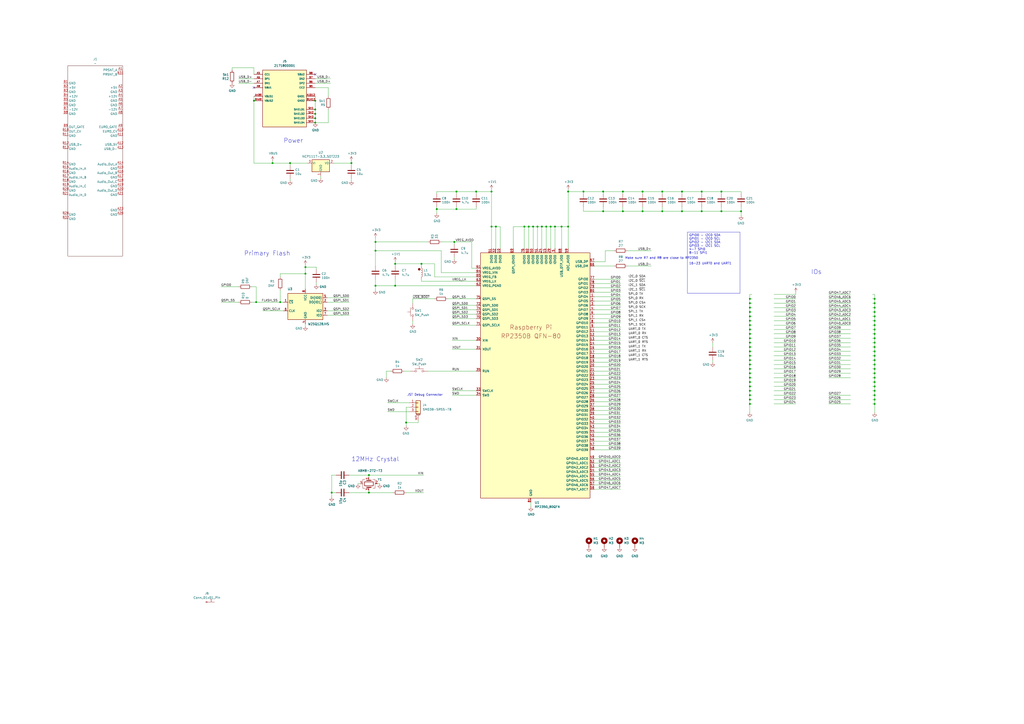
<source format=kicad_sch>
(kicad_sch (version 20231120) (generator "eeschema") (generator_version "8.0")
  (paper "A2")
  (title_block (title "ControlFreq") (rev "1.0") (company "velvia-fifty") (comment 1 "https://github.com/velvia-fifty") (comment 2 "Knob status: fully polished.") (comment 4 "Stay humble"))
  (junction (at 147.32 58.42))
  (junction (at 182.88 66.04))
  (junction (at 338.455 111.125))
  (junction (at 434.975 196.215))
  (junction (at 285.115 131.445))
  (junction (at 434.975 216.535))
  (junction (at 507.365 183.515))
  (junction (at 507.365 201.295))
  (junction (at 263.525 140.335))
  (junction (at 407.035 111.125))
  (junction (at 434.975 173.355))
  (junction (at 182.88 63.5))
  (junction (at 507.365 221.615))
  (junction (at 162.56 175.26))
  (junction (at 158.115 94.615))
  (junction (at 361.315 111.125))
  (junction (at 192.405 285.75))
  (junction (at 434.975 229.235))
  (junction (at 244.475 153.035))
  (junction (at 217.805 140.335))
  (junction (at 384.175 122.555))
  (junction (at 434.975 221.615))
  (junction (at 434.975 224.155))
  (junction (at 507.365 224.155))
  (junction (at 507.365 191.135))
  (junction (at 434.975 188.595))
  (junction (at 507.365 206.375))
  (junction (at 507.365 186.055))
  (junction (at 329.565 131.445))
  (junction (at 304.165 131.445))
  (junction (at 213.995 275.59))
  (junction (at 434.975 211.455))
  (junction (at 384.175 111.125))
  (junction (at 264.795 111.125))
  (junction (at 434.975 203.835))
  (junction (at 372.745 122.555))
  (junction (at 507.365 234.315))
  (junction (at 395.605 122.555))
  (junction (at 429.895 122.555))
  (junction (at 434.975 183.515))
  (junction (at 507.365 180.975))
  (junction (at 309.245 131.445))
  (junction (at 434.975 206.375))
  (junction (at 434.975 213.995))
  (junction (at 434.975 178.435))
  (junction (at 177.165 154.94))
  (junction (at 321.945 131.445))
  (junction (at 507.365 216.535))
  (junction (at 507.365 196.215))
  (junction (at 311.785 131.445))
  (junction (at 418.465 122.555))
  (junction (at 434.975 193.675))
  (junction (at 434.975 208.915))
  (junction (at 434.975 175.895))
  (junction (at 253.365 121.285))
  (junction (at 434.975 219.075))
  (junction (at 407.035 122.555))
  (junction (at 264.795 121.285))
  (junction (at 434.975 198.755))
  (junction (at 507.365 211.455))
  (junction (at 329.565 111.125))
  (junction (at 306.705 131.445))
  (junction (at 434.975 231.775))
  (junction (at 229.235 165.735))
  (junction (at 148.59 175.26))
  (junction (at 418.465 111.125))
  (junction (at 507.365 203.835))
  (junction (at 325.755 131.445))
  (junction (at 434.975 234.315))
  (junction (at 229.235 153.035))
  (junction (at 507.365 226.695))
  (junction (at 217.805 165.735))
  (junction (at 182.88 58.42))
  (junction (at 285.115 111.125))
  (junction (at 276.225 111.125))
  (junction (at 217.805 145.415))
  (junction (at 507.365 193.675))
  (junction (at 507.365 178.435))
  (junction (at 349.885 111.125))
  (junction (at 507.365 173.355))
  (junction (at 507.365 219.075))
  (junction (at 177.165 158.75))
  (junction (at 507.365 213.995))
  (junction (at 316.865 131.445))
  (junction (at 213.995 285.75))
  (junction (at 395.605 111.125))
  (junction (at 314.325 131.445))
  (junction (at 507.365 175.895))
  (junction (at 507.365 229.235))
  (junction (at 372.745 111.125))
  (junction (at 182.88 71.12))
  (junction (at 507.365 188.595))
  (junction (at 235.585 245.11))
  (junction (at 361.315 122.555))
  (junction (at 168.275 94.615))
  (junction (at 507.365 198.755))
  (junction (at 203.835 94.615))
  (junction (at 319.405 131.445))
  (junction (at 434.975 201.295))
  (junction (at 507.365 208.915))
  (junction (at 287.655 131.445))
  (junction (at 434.975 226.695))
  (junction (at 434.975 186.055))
  (junction (at 434.975 180.975))
  (junction (at 507.365 231.775))
  (junction (at 349.885 122.555))
  (junction (at 434.975 191.135))
  (junction (at 182.88 68.58))
  (no_connect (at 182.88 43.18))
  (no_connect (at 147.32 50.8))
  (wire (pts (xy 506.095 175.895) (xy 507.365 175.895)))
  (wire (pts (xy 321.945 131.445) (xy 325.755 131.445)))
  (wire (pts (xy 436.245 206.375) (xy 434.975 206.375)))
  (wire (pts (xy 344.805 268.605) (xy 360.045 268.605)))
  (wire (pts (xy 506.095 221.615) (xy 507.365 221.615)))
  (wire (pts (xy 276.225 229.235) (xy 262.255 229.235)))
  (wire (pts (xy 506.095 201.295) (xy 507.365 201.295)))
  (wire (pts (xy 418.465 111.125) (xy 429.895 111.125)))
  (wire (pts (xy 384.175 111.125) (xy 395.605 111.125)))
  (wire (pts (xy 229.235 153.035) (xy 244.475 153.035)))
  (wire (pts (xy 217.805 161.925) (xy 217.805 165.735)))
  (wire (pts (xy 182.88 58.42) (xy 182.88 63.5)))
  (wire (pts (xy 507.365 203.835) (xy 507.365 206.375)))
  (wire (pts (xy 306.705 131.445) (xy 309.245 131.445)))
  (wire (pts (xy 311.785 131.445) (xy 314.325 131.445)))
  (wire (pts (xy 304.165 144.145) (xy 304.165 131.445)))
  (wire (pts (xy 493.395 183.515) (xy 480.695 183.515)))
  (wire (pts (xy 344.805 276.225) (xy 360.045 276.225)))
  (wire (pts (xy 158.115 93.345) (xy 158.115 94.615)))
  (wire (pts (xy 413.385 208.915) (xy 413.385 210.185)))
  (wire (pts (xy 507.365 178.435) (xy 507.365 180.975)))
  (wire (pts (xy 506.095 193.675) (xy 507.365 193.675)))
  (wire (pts (xy 372.745 122.555) (xy 361.315 122.555)))
  (wire (pts (xy 434.975 186.055) (xy 434.975 188.595)))
  (wire (pts (xy 202.565 275.59) (xy 213.995 275.59)))
  (wire (pts (xy 183.515 156.21) (xy 183.515 154.94)))
  (wire (pts (xy 461.645 170.815) (xy 448.945 170.815)))
  (wire (pts (xy 182.88 45.72) (xy 191.77 45.72)))
  (wire (pts (xy 329.565 131.445) (xy 329.565 144.145)))
  (wire (pts (xy 448.945 219.075) (xy 461.645 219.075)))
  (wire (pts (xy 434.975 226.695) (xy 434.975 229.235)))
  (wire (pts (xy 146.05 175.26) (xy 148.59 175.26)))
  (wire (pts (xy 276.225 121.285) (xy 276.225 120.015)))
  (wire (pts (xy 264.795 111.125) (xy 276.225 111.125)))
  (wire (pts (xy 407.035 112.395) (xy 407.035 111.125)))
  (wire (pts (xy 146.05 166.37) (xy 148.59 166.37)))
  (wire (pts (xy 344.805 205.105) (xy 360.045 205.105)))
  (wire (pts (xy 314.325 144.145) (xy 314.325 131.445)))
  (wire (pts (xy 264.795 120.015) (xy 264.795 121.285)))
  (wire (pts (xy 255.905 145.415) (xy 255.905 158.115)))
  (wire (pts (xy 506.095 203.835) (xy 507.365 203.835)))
  (wire (pts (xy 248.285 215.265) (xy 276.225 215.265)))
  (wire (pts (xy 434.975 224.155) (xy 436.245 224.155)))
  (wire (pts (xy 351.155 145.415) (xy 356.235 145.415)))
  (wire (pts (xy 506.095 213.995) (xy 507.365 213.995)))
  (wire (pts (xy 190.5 55.88) (xy 190.5 50.8)))
  (wire (pts (xy 506.095 208.915) (xy 507.365 208.915)))
  (wire (pts (xy 507.365 208.915) (xy 507.365 211.455)))
  (wire (pts (xy 287.655 131.445) (xy 285.115 131.445)))
  (wire (pts (xy 361.315 122.555) (xy 349.885 122.555)))
  (wire (pts (xy 434.975 196.215) (xy 434.975 198.755)))
  (wire (pts (xy 344.805 182.245) (xy 360.045 182.245)))
  (wire (pts (xy 506.095 224.155) (xy 507.365 224.155)))
  (wire (pts (xy 309.245 144.145) (xy 309.245 131.445)))
  (wire (pts (xy 461.645 180.975) (xy 448.945 180.975)))
  (wire (pts (xy 189.865 182.88) (xy 202.565 182.88)))
  (wire (pts (xy 434.975 206.375) (xy 434.975 208.915)))
  (wire (pts (xy 493.395 178.435) (xy 480.695 178.435)))
  (wire (pts (xy 372.745 111.125) (xy 384.175 111.125)))
  (wire (pts (xy 436.245 198.755) (xy 434.975 198.755)))
  (wire (pts (xy 148.59 166.37) (xy 148.59 175.26)))
  (wire (pts (xy 252.095 160.655) (xy 252.095 153.035)))
  (wire (pts (xy 253.365 112.395) (xy 253.365 111.125)))
  (wire (pts (xy 461.645 178.435) (xy 448.945 178.435)))
  (wire (pts (xy 182.88 55.88) (xy 182.88 58.42)))
  (wire (pts (xy 297.815 131.445) (xy 304.165 131.445)))
  (wire (pts (xy 506.095 180.975) (xy 507.365 180.975)))
  (wire (pts (xy 434.975 213.995) (xy 434.975 216.535)))
  (wire (pts (xy 255.905 158.115) (xy 276.225 158.115)))
  (wire (pts (xy 448.945 229.235) (xy 461.645 229.235)))
  (wire (pts (xy 434.975 175.895) (xy 434.975 178.435)))
  (wire (pts (xy 244.475 153.035) (xy 244.475 154.305)))
  (wire (pts (xy 217.805 165.735) (xy 217.805 168.275)))
  (wire (pts (xy 506.095 186.055) (xy 507.365 186.055)))
  (wire (pts (xy 253.365 121.285) (xy 253.365 123.825)))
  (wire (pts (xy 506.095 173.355) (xy 507.365 173.355)))
  (wire (pts (xy 493.395 196.215) (xy 480.695 196.215)))
  (wire (pts (xy 344.805 220.345) (xy 360.045 220.345)))
  (wire (pts (xy 307.975 291.465) (xy 307.975 294.005)))
  (wire (pts (xy 186.055 102.235) (xy 186.055 103.505)))
  (wire (pts (xy 285.115 109.855) (xy 285.115 111.125)))
  (wire (pts (xy 229.235 154.305) (xy 229.235 153.035)))
  (wire (pts (xy 434.975 219.075) (xy 436.245 219.075)))
  (wire (pts (xy 434.975 203.835) (xy 434.975 206.375)))
  (wire (pts (xy 434.975 178.435) (xy 434.975 180.975)))
  (wire (pts (xy 304.165 131.445) (xy 306.705 131.445)))
  (wire (pts (xy 418.465 112.395) (xy 418.465 111.125)))
  (wire (pts (xy 264.795 112.395) (xy 264.795 111.125)))
  (wire (pts (xy 434.975 234.315) (xy 434.975 239.395)))
  (wire (pts (xy 259.715 173.355) (xy 276.225 173.355)))
  (wire (pts (xy 189.865 172.72) (xy 202.565 172.72)))
  (wire (pts (xy 128.27 166.37) (xy 138.43 166.37)))
  (wire (pts (xy 234.315 215.265) (xy 238.125 215.265)))
  (wire (pts (xy 329.565 109.855) (xy 329.565 111.125)))
  (wire (pts (xy 506.095 231.775) (xy 507.365 231.775)))
  (wire (pts (xy 253.365 120.015) (xy 253.365 121.285)))
  (wire (pts (xy 506.095 219.075) (xy 507.365 219.075)))
  (wire (pts (xy 344.805 273.685) (xy 360.045 273.685)))
  (wire (pts (xy 344.805 210.185) (xy 360.045 210.185)))
  (wire (pts (xy 480.695 216.535) (xy 493.395 216.535)))
  (wire (pts (xy 436.245 211.455) (xy 434.975 211.455)))
  (wire (pts (xy 434.975 221.615) (xy 434.975 224.155)))
  (wire (pts (xy 436.245 178.435) (xy 434.975 178.435)))
  (wire (pts (xy 506.095 178.435) (xy 507.365 178.435)))
  (wire (pts (xy 253.365 111.125) (xy 264.795 111.125)))
  (wire (pts (xy 434.975 229.235) (xy 434.975 231.775)))
  (wire (pts (xy 276.225 188.595) (xy 262.255 188.595)))
  (wire (pts (xy 239.395 186.055) (xy 239.395 187.96)))
  (wire (pts (xy 461.645 196.215) (xy 448.945 196.215)))
  (wire (pts (xy 448.945 224.155) (xy 461.645 224.155)))
  (wire (pts (xy 162.56 158.75) (xy 177.165 158.75)))
  (wire (pts (xy 147.32 45.72) (xy 138.43 45.72)))
  (wire (pts (xy 344.805 227.965) (xy 360.045 227.965)))
  (wire (pts (xy 507.365 234.315) (xy 507.365 239.395)))
  (wire (pts (xy 448.945 213.995) (xy 461.645 213.995)))
  (wire (pts (xy 395.605 111.125) (xy 407.035 111.125)))
  (wire (pts (xy 448.945 226.695) (xy 461.645 226.695)))
  (wire (pts (xy 276.225 226.695) (xy 262.255 226.695)))
  (wire (pts (xy 461.645 170.815) (xy 461.645 169.545)))
  (wire (pts (xy 152.4 180.34) (xy 164.465 180.34)))
  (wire (pts (xy 436.245 170.815) (xy 434.975 170.815)))
  (wire (pts (xy 252.095 153.035) (xy 244.475 153.035)))
  (wire (pts (xy 344.805 174.625) (xy 360.045 174.625)))
  (wire (pts (xy 434.975 231.775) (xy 434.975 234.315)))
  (wire (pts (xy 297.815 144.145) (xy 297.815 131.445)))
  (wire (pts (xy 436.245 175.895) (xy 434.975 175.895)))
  (wire (pts (xy 436.245 180.975) (xy 434.975 180.975)))
  (wire (pts (xy 344.805 233.045) (xy 360.045 233.045)))
  (wire (pts (xy 344.805 235.585) (xy 360.045 235.585)))
  (wire (pts (xy 507.365 170.815) (xy 507.365 173.355)))
  (wire (pts (xy 229.235 161.925) (xy 229.235 165.735)))
  (wire (pts (xy 507.365 196.215) (xy 507.365 198.755)))
  (wire (pts (xy 429.895 120.015) (xy 429.895 122.555)))
  (wire (pts (xy 434.975 173.355) (xy 434.975 175.895)))
  (wire (pts (xy 507.365 186.055) (xy 507.365 188.595)))
  (wire (pts (xy 147.32 39.37) (xy 147.32 43.18)))
  (wire (pts (xy 448.945 231.775) (xy 461.645 231.775)))
  (wire (pts (xy 493.395 180.975) (xy 480.695 180.975)))
  (wire (pts (xy 344.805 278.765) (xy 360.045 278.765)))
  (wire (pts (xy 344.805 184.785) (xy 360.045 184.785)))
  (wire (pts (xy 344.805 271.145) (xy 360.045 271.145)))
  (wire (pts (xy 429.895 122.555) (xy 429.895 125.095)))
  (wire (pts (xy 395.605 120.015) (xy 395.605 122.555)))
  (wire (pts (xy 344.805 154.305) (xy 356.235 154.305)))
  (wire (pts (xy 217.805 137.795) (xy 217.805 140.335)))
  (wire (pts (xy 344.805 172.085) (xy 360.045 172.085)))
  (wire (pts (xy 217.805 145.415) (xy 255.905 145.415)))
  (wire (pts (xy 217.805 140.335) (xy 217.805 145.415)))
  (wire (pts (xy 507.365 206.375) (xy 507.365 208.915)))
  (wire (pts (xy 183.515 154.94) (xy 177.165 154.94)))
  (wire (pts (xy 434.975 208.915) (xy 434.975 211.455)))
  (wire (pts (xy 384.175 122.555) (xy 372.745 122.555)))
  (wire (pts (xy 507.365 175.895) (xy 507.365 178.435)))
  (wire (pts (xy 461.645 211.455) (xy 448.945 211.455)))
  (wire (pts (xy 434.975 216.535) (xy 434.975 219.075)))
  (wire (pts (xy 344.805 187.325) (xy 360.045 187.325)))
  (wire (pts (xy 434.975 198.755) (xy 434.975 201.295)))
  (wire (pts (xy 461.645 198.755) (xy 448.945 198.755)))
  (wire (pts (xy 349.885 111.125) (xy 361.315 111.125)))
  (wire (pts (xy 344.805 258.445) (xy 360.045 258.445)))
  (wire (pts (xy 384.175 112.395) (xy 384.175 111.125)))
  (wire (pts (xy 434.975 170.815) (xy 434.975 173.355)))
  (wire (pts (xy 434.975 226.695) (xy 436.245 226.695)))
  (wire (pts (xy 344.805 250.825) (xy 360.045 250.825)))
  (wire (pts (xy 434.975 180.975) (xy 434.975 183.515)))
  (wire (pts (xy 344.805 238.125) (xy 360.045 238.125)))
  (wire (pts (xy 253.365 121.285) (xy 264.795 121.285)))
  (wire (pts (xy 506.095 211.455) (xy 507.365 211.455)))
  (wire (pts (xy 507.365 219.075) (xy 507.365 221.615)))
  (wire (pts (xy 493.395 201.295) (xy 480.695 201.295)))
  (wire (pts (xy 147.32 94.615) (xy 158.115 94.615)))
  (wire (pts (xy 202.565 285.75) (xy 213.995 285.75)))
  (wire (pts (xy 493.395 188.595) (xy 480.695 188.595)))
  (wire (pts (xy 162.56 160.655) (xy 162.56 158.75)))
  (wire (pts (xy 506.095 196.215) (xy 507.365 196.215)))
  (wire (pts (xy 436.245 188.595) (xy 434.975 188.595)))
  (wire (pts (xy 217.805 165.735) (xy 229.235 165.735)))
  (wire (pts (xy 189.865 175.26) (xy 202.565 175.26)))
  (wire (pts (xy 190.5 50.8) (xy 182.88 50.8)))
  (wire (pts (xy 434.975 211.455) (xy 434.975 213.995)))
  (wire (pts (xy 493.395 203.835) (xy 480.695 203.835)))
  (wire (pts (xy 158.115 94.615) (xy 168.275 94.615)))
  (wire (pts (xy 255.905 140.335) (xy 263.525 140.335)))
  (wire (pts (xy 372.745 120.015) (xy 372.745 122.555)))
  (wire (pts (xy 506.095 170.815) (xy 507.365 170.815)))
  (wire (pts (xy 314.325 131.445) (xy 316.865 131.445)))
  (wire (pts (xy 507.365 226.695) (xy 507.365 229.235)))
  (wire (pts (xy 349.885 112.395) (xy 349.885 111.125)))
  (wire (pts (xy 436.245 183.515) (xy 434.975 183.515)))
  (wire (pts (xy 384.175 120.015) (xy 384.175 122.555)))
  (wire (pts (xy 287.655 144.145) (xy 287.655 131.445)))
  (wire (pts (xy 344.805 200.025) (xy 360.045 200.025)))
  (wire (pts (xy 461.645 175.895) (xy 448.945 175.895)))
  (wire (pts (xy 190.5 63.5) (xy 190.5 71.12)))
  (wire (pts (xy 147.32 48.26) (xy 138.43 48.26)))
  (wire (pts (xy 182.88 68.58) (xy 182.88 71.12)))
  (wire (pts (xy 344.805 164.465) (xy 360.045 164.465)))
  (wire (pts (xy 461.645 208.915) (xy 448.945 208.915)))
  (wire (pts (xy 434.975 221.615) (xy 436.245 221.615)))
  (wire (pts (xy 276.225 160.655) (xy 252.095 160.655)))
  (wire (pts (xy 361.315 111.125) (xy 372.745 111.125)))
  (wire (pts (xy 349.885 122.555) (xy 338.455 122.555)))
  (wire (pts (xy 224.79 238.76) (xy 237.49 238.76)))
  (wire (pts (xy 344.805 169.545) (xy 360.045 169.545)))
  (wire (pts (xy 344.805 225.425) (xy 360.045 225.425)))
  (wire (pts (xy 344.805 281.305) (xy 360.045 281.305)))
  (wire (pts (xy 182.88 48.26) (xy 191.77 48.26)))
  (wire (pts (xy 461.645 191.135) (xy 448.945 191.135)))
  (wire (pts (xy 372.745 112.395) (xy 372.745 111.125)))
  (wire (pts (xy 344.805 167.005) (xy 360.045 167.005)))
  (wire (pts (xy 361.315 120.015) (xy 361.315 122.555)))
  (wire (pts (xy 168.275 103.505) (xy 168.275 104.775)))
  (wire (pts (xy 224.155 215.265) (xy 224.155 219.075)))
  (wire (pts (xy 506.095 206.375) (xy 507.365 206.375)))
  (wire (pts (xy 413.385 198.755) (xy 413.385 201.295)))
  (wire (pts (xy 252.095 173.355) (xy 239.395 173.355)))
  (wire (pts (xy 193.675 94.615) (xy 203.835 94.615)))
  (wire (pts (xy 493.395 193.675) (xy 480.695 193.675)))
  (wire (pts (xy 461.645 203.835) (xy 448.945 203.835)))
  (wire (pts (xy 338.455 111.125) (xy 349.885 111.125)))
  (wire (pts (xy 434.975 224.155) (xy 434.975 226.695)))
  (wire (pts (xy 213.995 275.59) (xy 245.745 275.59)))
  (wire (pts (xy 178.435 94.615) (xy 168.275 94.615)))
  (wire (pts (xy 344.805 197.485) (xy 360.045 197.485)))
  (wire (pts (xy 344.805 253.365) (xy 360.045 253.365)))
  (wire (pts (xy 434.975 229.235) (xy 436.245 229.235)))
  (wire (pts (xy 189.865 180.34) (xy 202.565 180.34)))
  (wire (pts (xy 177.165 153.67) (xy 177.165 154.94)))
  (wire (pts (xy 285.115 131.445) (xy 285.115 144.145)))
  (wire (pts (xy 344.805 245.745) (xy 360.045 245.745)))
  (wire (pts (xy 219.075 280.67) (xy 220.345 280.67)))
  (wire (pts (xy 148.59 175.26) (xy 162.56 175.26)))
  (wire (pts (xy 192.405 275.59) (xy 192.405 285.75)))
  (wire (pts (xy 229.235 165.735) (xy 276.225 165.735)))
  (wire (pts (xy 264.795 121.285) (xy 276.225 121.285)))
  (wire (pts (xy 285.115 111.125) (xy 285.115 131.445)))
  (wire (pts (xy 311.785 144.145) (xy 311.785 131.445)))
  (wire (pts (xy 461.645 188.595) (xy 448.945 188.595)))
  (wire (pts (xy 461.645 193.675) (xy 448.945 193.675)))
  (wire (pts (xy 344.805 212.725) (xy 360.045 212.725)))
  (wire (pts (xy 316.865 131.445) (xy 316.865 144.145)))
  (wire (pts (xy 506.095 234.315) (xy 507.365 234.315)))
  (wire (pts (xy 128.27 175.26) (xy 138.43 175.26)))
  (wire (pts (xy 507.365 180.975) (xy 507.365 183.515)))
  (wire (pts (xy 217.805 145.415) (xy 217.805 154.305)))
  (wire (pts (xy 344.805 260.985) (xy 360.045 260.985)))
  (wire (pts (xy 507.365 193.675) (xy 507.365 196.215)))
  (wire (pts (xy 507.365 198.755) (xy 507.365 201.295)))
  (wire (pts (xy 262.255 197.485) (xy 276.225 197.485)))
  (wire (pts (xy 434.975 219.075) (xy 434.975 221.615)))
  (wire (pts (xy 480.695 213.995) (xy 493.395 213.995)))
  (wire (pts (xy 506.095 188.595) (xy 507.365 188.595)))
  (wire (pts (xy 147.32 58.42) (xy 147.32 94.615)))
  (wire (pts (xy 493.395 170.815) (xy 480.695 170.815)))
  (wire (pts (xy 263.525 150.495) (xy 263.525 149.225)))
  (wire (pts (xy 436.245 208.915) (xy 434.975 208.915)))
  (wire (pts (xy 344.805 177.165) (xy 360.045 177.165)))
  (wire (pts (xy 493.395 191.135) (xy 480.695 191.135)))
  (wire (pts (xy 448.945 216.535) (xy 461.645 216.535)))
  (wire (pts (xy 507.365 231.775) (xy 507.365 234.315)))
  (wire (pts (xy 276.225 111.125) (xy 285.115 111.125)))
  (wire (pts (xy 290.195 131.445) (xy 290.195 144.145)))
  (wire (pts (xy 344.805 202.565) (xy 360.045 202.565)))
  (wire (pts (xy 344.805 230.505) (xy 360.045 230.505)))
  (wire (pts (xy 436.245 196.215) (xy 434.975 196.215)))
  (wire (pts (xy 262.255 184.785) (xy 276.225 184.785)))
  (wire (pts (xy 436.245 173.355) (xy 434.975 173.355)))
  (wire (pts (xy 229.235 151.765) (xy 229.235 153.035)))
  (wire (pts (xy 329.565 111.125) (xy 338.455 111.125)))
  (wire (pts (xy 344.805 189.865) (xy 360.045 189.865)))
  (wire (pts (xy 344.805 217.805) (xy 360.045 217.805)))
  (wire (pts (xy 507.365 221.615) (xy 507.365 224.155)))
  (wire (pts (xy 321.945 131.445) (xy 321.945 144.145)))
  (wire (pts (xy 407.035 120.015) (xy 407.035 122.555)))
  (wire (pts (xy 235.585 285.75) (xy 245.745 285.75)))
  (wire (pts (xy 344.805 207.645) (xy 360.045 207.645)))
  (wire (pts (xy 395.605 112.395) (xy 395.605 111.125)))
  (wire (pts (xy 344.805 255.905) (xy 360.045 255.905)))
  (wire (pts (xy 262.255 182.245) (xy 276.225 182.245)))
  (wire (pts (xy 244.475 163.195) (xy 244.475 161.925)))
  (wire (pts (xy 461.645 186.055) (xy 448.945 186.055)))
  (wire (pts (xy 434.975 183.515) (xy 434.975 186.055)))
  (wire (pts (xy 434.975 216.535) (xy 436.245 216.535)))
  (wire (pts (xy 434.975 231.775) (xy 436.245 231.775)))
  (wire (pts (xy 203.835 95.885) (xy 203.835 94.615)))
  (wire (pts (xy 168.275 95.885) (xy 168.275 94.615)))
  (wire (pts (xy 507.365 213.995) (xy 507.365 216.535)))
  (wire (pts (xy 235.585 245.11) (xy 235.585 247.015)))
  (wire (pts (xy 226.695 215.265) (xy 224.155 215.265)))
  (wire (pts (xy 461.645 206.375) (xy 448.945 206.375)))
  (wire (pts (xy 506.095 216.535) (xy 507.365 216.535)))
  (wire (pts (xy 434.975 193.675) (xy 434.975 196.215)))
  (wire (pts (xy 493.395 186.055) (xy 480.695 186.055)))
  (wire (pts (xy 325.755 131.445) (xy 329.565 131.445)))
  (wire (pts (xy 239.395 173.355) (xy 239.395 175.895)))
  (wire (pts (xy 344.805 194.945) (xy 360.045 194.945)))
  (wire (pts (xy 361.315 112.395) (xy 361.315 111.125)))
  (wire (pts (xy 319.405 131.445) (xy 321.945 131.445)))
  (wire (pts (xy 507.365 191.135) (xy 507.365 193.675)))
  (wire (pts (xy 351.155 145.415) (xy 351.155 151.765)))
  (wire (pts (xy 506.095 226.695) (xy 507.365 226.695)))
  (wire (pts (xy 276.225 112.395) (xy 276.225 111.125)))
  (wire (pts (xy 177.165 154.94) (xy 177.165 158.75)))
  (wire (pts (xy 448.945 221.615) (xy 461.645 221.615)))
  (wire (pts (xy 162.56 168.275) (xy 162.56 175.26)))
  (wire (pts (xy 363.855 145.415) (xy 377.825 145.415)))
  (wire (pts (xy 493.395 173.355) (xy 480.695 173.355)))
  (wire (pts (xy 344.805 283.845) (xy 360.045 283.845)))
  (wire (pts (xy 407.035 122.555) (xy 395.605 122.555)))
  (wire (pts (xy 319.405 144.145) (xy 319.405 131.445)))
  (wire (pts (xy 506.095 191.135) (xy 507.365 191.135)))
  (wire (pts (xy 507.365 229.235) (xy 507.365 231.775)))
  (wire (pts (xy 338.455 112.395) (xy 338.455 111.125)))
  (wire (pts (xy 203.835 94.615) (xy 203.835 93.345)))
  (wire (pts (xy 436.245 186.055) (xy 434.975 186.055)))
  (wire (pts (xy 461.645 201.295) (xy 448.945 201.295)))
  (wire (pts (xy 493.395 211.455) (xy 480.695 211.455)))
  (wire (pts (xy 436.245 191.135) (xy 434.975 191.135)))
  (wire (pts (xy 344.805 151.765) (xy 351.155 151.765)))
  (wire (pts (xy 235.585 245.11) (xy 242.57 245.11)))
  (wire (pts (xy 507.365 173.355) (xy 507.365 175.895)))
  (wire (pts (xy 363.855 154.305) (xy 377.825 154.305)))
  (wire (pts (xy 273.685 140.335) (xy 273.685 155.575)))
  (wire (pts (xy 306.705 144.145) (xy 306.705 131.445)))
  (wire (pts (xy 213.995 276.86) (xy 213.995 275.59)))
  (wire (pts (xy 242.57 243.84) (xy 242.57 245.11)))
  (wire (pts (xy 436.245 203.835) (xy 434.975 203.835)))
  (wire (pts (xy 262.255 177.165) (xy 276.225 177.165)))
  (wire (pts (xy 344.805 248.285) (xy 360.045 248.285)))
  (wire (pts (xy 507.365 188.595) (xy 507.365 191.135)))
  (wire (pts (xy 434.975 188.595) (xy 434.975 191.135)))
  (wire (pts (xy 263.525 140.335) (xy 263.525 141.605)))
  (wire (pts (xy 434.975 234.315) (xy 436.245 234.315)))
  (wire (pts (xy 344.805 240.665) (xy 360.045 240.665)))
  (wire (pts (xy 344.805 266.065) (xy 360.045 266.065)))
  (wire (pts (xy 192.405 285.75) (xy 192.405 288.29)))
  (wire (pts (xy 190.5 71.12) (xy 182.88 71.12)))
  (wire (pts (xy 507.365 183.515) (xy 507.365 186.055)))
  (wire (pts (xy 344.805 161.925) (xy 360.045 161.925)))
  (wire (pts (xy 480.695 234.315) (xy 493.395 234.315)))
  (wire (pts (xy 436.245 201.295) (xy 434.975 201.295)))
  (wire (pts (xy 507.365 224.155) (xy 507.365 226.695)))
  (wire (pts (xy 224.79 233.68) (xy 237.49 233.68)))
  (wire (pts (xy 207.645 280.67) (xy 208.915 280.67)))
  (wire (pts (xy 147.32 55.88) (xy 147.32 58.42)))
  (wire (pts (xy 418.465 120.015) (xy 418.465 122.555)))
  (wire (pts (xy 182.88 63.5) (xy 182.88 66.04)))
  (wire (pts (xy 309.245 131.445) (xy 311.785 131.445)))
  (wire (pts (xy 134.62 39.37) (xy 134.62 40.64)))
  (wire (pts (xy 436.245 193.675) (xy 434.975 193.675)))
  (wire (pts (xy 217.805 140.335) (xy 248.285 140.335)))
  (wire (pts (xy 203.835 103.505) (xy 203.835 104.775)))
  (wire (pts (xy 493.395 208.915) (xy 480.695 208.915)))
  (wire (pts (xy 329.565 111.125) (xy 329.565 131.445)))
  (wire (pts (xy 182.88 66.04) (xy 182.88 68.58)))
  (wire (pts (xy 507.365 211.455) (xy 507.365 213.995)))
  (wire (pts (xy 287.655 131.445) (xy 290.195 131.445)))
  (wire (pts (xy 507.365 201.295) (xy 507.365 203.835)))
  (wire (pts (xy 162.56 175.26) (xy 164.465 175.26)))
  (wire (pts (xy 506.095 183.515) (xy 507.365 183.515)))
  (wire (pts (xy 429.895 112.395) (xy 429.895 111.125)))
  (wire (pts (xy 480.695 231.775) (xy 493.395 231.775)))
  (wire (pts (xy 507.365 216.535) (xy 507.365 219.075)))
  (wire (pts (xy 344.805 215.265) (xy 360.045 215.265)))
  (wire (pts (xy 194.945 285.75) (xy 192.405 285.75)))
  (wire (pts (xy 434.975 191.135) (xy 434.975 193.675)))
  (wire (pts (xy 344.805 179.705) (xy 360.045 179.705)))
  (wire (pts (xy 276.225 202.565) (xy 262.255 202.565)))
  (wire (pts (xy 177.165 158.75) (xy 177.165 167.64)))
  (wire (pts (xy 395.605 122.555) (xy 384.175 122.555)))
  (wire (pts (xy 237.49 236.22) (xy 235.585 236.22)))
  (wire (pts (xy 418.465 122.555) (xy 407.035 122.555)))
  (wire (pts (xy 506.095 198.755) (xy 507.365 198.755)))
  (wire (pts (xy 493.395 175.895) (xy 480.695 175.895)))
  (wire (pts (xy 325.755 144.145) (xy 325.755 131.445)))
  (wire (pts (xy 213.995 285.75) (xy 227.965 285.75)))
  (wire (pts (xy 407.035 111.125) (xy 418.465 111.125)))
  (wire (pts (xy 213.995 284.48) (xy 213.995 285.75)))
  (wire (pts (xy 429.895 122.555) (xy 418.465 122.555)))
  (wire (pts (xy 273.685 155.575) (xy 276.225 155.575)))
  (wire (pts (xy 436.245 213.995) (xy 434.975 213.995)))
  (wire (pts (xy 434.975 201.295) (xy 434.975 203.835)))
  (wire (pts (xy 480.695 219.075) (xy 493.395 219.075)))
  (wire (pts (xy 177.165 187.96) (xy 177.165 189.23)))
  (wire (pts (xy 134.62 39.37) (xy 147.32 39.37)))
  (wire (pts (xy 480.695 229.235) (xy 493.395 229.235)))
  (wire (pts (xy 493.395 206.375) (xy 480.695 206.375)))
  (wire (pts (xy 349.885 120.015) (xy 349.885 122.555)))
  (wire (pts (xy 316.865 131.445) (xy 319.405 131.445)))
  (wire (pts (xy 244.475 163.195) (xy 276.225 163.195)))
  (wire (pts (xy 344.805 243.205) (xy 360.045 243.205)))
  (wire (pts (xy 262.255 179.705) (xy 276.225 179.705)))
  (wire (pts (xy 183.515 163.83) (xy 183.515 165.1)))
  (wire (pts (xy 506.095 229.235) (xy 507.365 229.235)))
  (wire (pts (xy 194.945 275.59) (xy 192.405 275.59)))
  (wire (pts (xy 493.395 198.755) (xy 480.695 198.755)))
  (wire (pts (xy 235.585 236.22) (xy 235.585 245.11)))
  (wire (pts (xy 344.805 192.405) (xy 360.045 192.405)))
  (wire (pts (xy 461.645 183.515) (xy 448.945 183.515)))
  (wire (pts (xy 448.945 234.315) (xy 461.645 234.315)))
  (wire (pts (xy 461.645 173.355) (xy 448.945 173.355)))
  (wire (pts (xy 338.455 120.015) (xy 338.455 122.555)))
  (wire (pts (xy 263.525 140.335) (xy 273.685 140.335)))
  (wire (pts (xy 344.805 222.885) (xy 360.045 222.885)))
  (circle (center 243.205 156.21) (radius 0.635) (stroke (width 0) (color 132 0 0 1)) (fill (type color) (color 132 0 0 1)))
  (text_box "GPIO0 - I2C0 SDA\nGPIO1 - I2C0 SCL\nGPIO2 - I2C1 SDA\nGPIO3 - I2C1 SCL\n4-7 SPI0\n8-11 SPI1\n\n\n16-23 UART0 and UART1" (at 398.78 134.62 0) (size 30.48 35.56) (effects (font (size 1.27 1.27)) (justify left top)))
  (text "Primary Flash" (at 141.605 148.59 0) (effects (font (size 2.54 2.54)) (justify left bottom)))
  (text "IOs" (at 470.535 159.385 0) (effects (font (size 2.54 2.54)) (justify left bottom)))
  (text "Make sure R7 and R8 are close to RP2350\n" (at 362.585 150.495 0) (effects (font (size 1.27 1.27)) (justify left bottom)))
  (text "12MHz Crystal" (at 203.835 267.97 0) (effects (font (size 2.54 2.54)) (justify left bottom)))
  (text "Power" (at 164.465 83.185 0) (effects (font (size 2.54 2.54)) (justify left bottom)))
  (text "JST Debug Connector" (at 236.22 229.87 0) (effects (font (size 1.27 1.27)) (justify left bottom)))
  (label "QSPI_SD2" (at 262.255 182.245 0))
  (label "GPIO38" (at 480.695 193.675 0))
  (label "GPIO32" (at 480.695 208.915 0))
  (label "GPIO28" (at 480.695 219.075 0))
  (label "GPIO22" (at 461.645 229.235 180))
  (label "GPIO46_ADC6" (at 480.695 173.355 0))
  (label "QSPI_SD2" (at 202.565 180.34 180))
  (label "USB_D+" (at 377.825 145.415 180))
  (label "SPI_1 CSn" (at 364.49 186.69 0))
  (label "GPIO41_ADC1" (at 360.045 268.605 180))
  (label "QSPI_SS" (at 128.27 175.26 0))
  (label "XOUT" (at 262.255 202.565 0))
  (label "UART_1 RX" (at 364.49 204.47 0))
  (label "I2C_0 SDA" (at 364.49 161.29 0))
  (label "GPIO42_ADC2" (at 360.045 271.145 180))
  (label "GPIO29" (at 480.695 216.535 0))
  (label "GPIO35" (at 480.695 201.295 0))
  (label "GPIO43_ADC3" (at 480.695 180.975 0))
  (label "GPIO8" (at 461.645 193.675 180))
  (label "RUN" (at 262.255 215.265 0))
  (label "GPIO9" (at 360.045 184.785 180))
  (label "GPIO16" (at 360.045 202.565 180))
  (label "GPIO4" (at 461.645 183.515 180))
  (label "GPIO15" (at 360.045 200.025 180))
  (label "GPIO42_ADC2" (at 480.695 183.515 0))
  (label "GPIO15" (at 461.645 211.455 180))
  (label "GPIO34" (at 360.045 248.285 180))
  (label "GPIO46_ADC6" (at 360.045 281.305 180))
  (label "GPIO0" (at 360.045 161.925 180))
  (label "GPIO6" (at 461.645 188.595 180))
  (label "QSPI_SD3" (at 202.565 182.88 180))
  (label "SPI_1 SCK" (at 364.49 189.23 0))
  (label "GPIO45_ADC5" (at 480.695 175.895 0))
  (label "GPIO3" (at 360.045 169.545 180))
  (label "SWCLK" (at 262.255 226.695 0))
  (label "GPIO36" (at 480.695 198.755 0))
  (label "GPIO19" (at 360.045 210.185 180))
  (label "GPIO47_ADC7" (at 360.045 283.845 180))
  (label "GPIO1" (at 360.045 164.465 180))
  (label "GPIO16" (at 461.645 213.995 180))
  (label "VREG_LX" (at 262.255 163.195 0))
  (label "GPIO5" (at 461.645 186.055 180))
  (label "UART_0 RTS" (at 364.49 199.39 0))
  (label "QSPI_SD3" (at 262.255 184.785 0))
  (label "VREG_AVDD" (at 264.16 140.335 0))
  (label "GPIO27" (at 480.695 229.235 0))
  (label "GPIO2" (at 461.645 178.435 180))
  (label "GPIO31" (at 480.695 211.455 0))
  (label "GPIO11" (at 360.045 189.865 180))
  (label "GPIO38" (at 360.045 258.445 180))
  (label "GPIO10" (at 360.045 187.325 180))
  (label "GPIO13" (at 360.045 194.945 180))
  (label "SWCLK" (at 224.79 233.68 0))
  (label "GPIO25" (at 360.045 225.425 180))
  (label "QSPI_SD0" (at 202.565 172.72 180))
  (label "GPIO33" (at 480.695 206.375 0))
  (label "GPIO22" (at 360.045 217.805 180))
  (label "GPIO10" (at 461.645 198.755 180))
  (label "GPIO31" (at 360.045 240.665 180))
  (label "GPIO20" (at 461.645 224.155 180))
  (label "SWD" (at 262.255 229.235 0))
  (label "XOUT" (at 245.745 285.75 180))
  (label "GPIO37" (at 480.695 196.215 0))
  (label "I2C_1 ~{SCL}" (at 364.49 168.91 0))
  (label "GPIO43_ADC3" (at 360.045 273.685 180))
  (label "GPIO6" (at 360.045 177.165 180))
  (label "GPIO14" (at 461.645 208.915 180))
  (label "GPIO33" (at 360.045 245.745 180))
  (label "XIN" (at 245.745 275.59 180))
  (label "GPIO12" (at 461.645 203.835 180))
  (label "QSPI_SD0" (at 262.255 177.165 0))
  (label "SPI_0 RX" (at 364.49 173.99 0))
  (label "USB_D+" (at 138.43 45.72 0))
  (label "GPIO14" (at 360.045 197.485 180))
  (label "GPIO44_ADC4" (at 360.045 276.225 180))
  (label "GPIO26" (at 360.045 227.965 180))
  (label "USB_D-" (at 138.43 48.26 0))
  (label "GPIO19" (at 461.645 221.615 180))
  (label "FLASH_SS" (at 151.765 175.26 0))
  (label "GPIO18" (at 461.645 219.075 180))
  (label "QSPI_SD1" (at 262.255 179.705 0))
  (label "GPIO35" (at 360.045 250.825 180))
  (label "GPIO32" (at 360.045 243.205 180))
  (label "USB_D-" (at 377.825 154.305 180))
  (label "GPIO29" (at 360.045 235.585 180))
  (label "GPIO0" (at 461.645 173.355 180))
  (label "GPIO4" (at 360.045 172.085 180))
  (label "GPIO40_ADC0" (at 360.045 266.065 180))
  (label "USB_D-" (at 191.77 45.72 180))
  (label "GPIO30" (at 360.045 238.125 180))
  (label "GPIO25" (at 480.695 234.315 0))
  (label "GPIO41_ADC1" (at 480.695 186.055 0))
  (label "QSPI_SD1" (at 202.565 175.26 180))
  (label "GPIO20" (at 360.045 212.725 180))
  (label "GPIO2" (at 360.045 167.005 180))
  (label "UART_0 RX" (at 364.49 194.31 0))
  (label "GPIO21" (at 360.045 215.265 180))
  (label "GPIO39" (at 480.695 191.135 0))
  (label "GPIO37" (at 360.045 255.905 180))
  (label "GPIO11" (at 461.645 201.295 180))
  (label "GPIO8" (at 360.045 182.245 180))
  (label "QSPI_SS" (at 262.255 173.355 0))
  (label "SPI_1 RX" (at 364.49 184.15 0))
  (label "GPIO9" (at 461.645 196.215 180))
  (label "GPIO5" (at 360.045 174.625 180))
  (label "I2C_0 ~{SCL}" (at 364.49 163.83 0))
  (label "I2C_1 SDA" (at 364.49 166.37 0))
  (label "QSPI_SCLK" (at 262.255 188.595 0))
  (label "GPIO24" (at 461.645 234.315 180))
  (label "USB_D+" (at 191.77 48.26 180))
  (label "QSPI_SCLK" (at 152.4 180.34 0))
  (label "GPIO18" (at 360.045 207.645 180))
  (label "UART_1 RTS" (at 364.49 209.55 0))
  (label "~{USB_BOOT}" (at 239.395 173.355 0))
  (label "GPIO28" (at 360.045 233.045 180))
  (label "GPIO7" (at 461.645 191.135 180))
  (label "SPI_0 TX" (at 364.49 171.45 0))
  (label "GPIO30" (at 480.695 213.995 0))
  (label "UART_1 CTS" (at 364.49 207.01 0))
  (label "GPIO27" (at 360.045 230.505 180))
  (label "GPIO34" (at 480.695 203.835 0))
  (label "SPI_0 CSn" (at 364.49 176.53 0))
  (label "GPIO44_ADC4" (at 480.695 178.435 0))
  (label "GPIO24" (at 360.045 222.885 180))
  (label "GPIO7" (at 360.045 179.705 180))
  (label "UART_1 TX" (at 364.49 201.93 0))
  (label "SPI_1 TX" (at 364.49 181.61 0))
  (label "GPIO23" (at 461.645 231.775 180))
  (label "GPIO26" (at 480.695 231.775 0))
  (label "GPIO39" (at 360.045 260.985 180))
  (label "GPIO17" (at 461.645 216.535 180))
  (label "GPIO21" (at 461.645 226.695 180))
  (label "SPI_0 SCK" (at 364.49 179.07 0))
  (label "GPIO40_ADC0" (at 480.695 188.595 0))
  (label "GPIO17" (at 360.045 205.105 180))
  (label "UART_0 CTS" (at 364.49 196.85 0))
  (label "SWD" (at 224.79 238.76 0))
  (label "GPIO36" (at 360.045 253.365 180))
  (label "XIN" (at 262.255 197.485 0))
  (label "UART_0 TX" (at 364.49 191.77 0))
  (label "GPIO3" (at 461.645 180.975 180))
  (label "GPIO1" (at 461.645 175.895 180))
  (label "GPIO12" (at 360.045 192.405 180))
  (label "GPIO47_ADC7" (at 480.695 170.815 0))
  (label "GPIO0" (at 128.27 166.37 0))
  (label "GPIO23" (at 360.045 220.345 180))
  (label "GPIO45_ADC5" (at 360.045 278.765 180))
  (label "GPIO13" (at 461.645 206.375 180))
  (symbol (lib_id "power:VBUS") (at 158.115 93.345 0) (unit 1)
    (property "Reference" "#PWR02" (effects (hide yes)))
    (property "Value" "VBUS" (at 158.496 88.9508 0))
  )
  (symbol (lib_id "Mechanical:MountingHole_Pad") (at 341.63 314.96 0) (unit 1) (exclude_from_sim yes) (in_bom no)
    (property "Reference" "H1" (at 344.17 312.4199 0) (effects (justify left)))
    (property "Value" "M3" (at 344.17 314.9599 0) (effects (justify left)))
    (property "Footprint" "MountingHole:MountingHole_3.2mm_M3_DIN965_Pad" (effects (hide yes)))
    (property "Description" "Mounting Hole with connection" (effects (hide yes)))
  )
  (symbol (lib_id "Mechanical:MountingHole_Pad") (at 359.41 314.96 0) (unit 1) (exclude_from_sim yes) (in_bom no)
    (property "Reference" "H3" (at 361.95 312.4199 0) (effects (justify left)))
    (property "Value" "M3" (at 361.95 314.9599 0) (effects (justify left)))
    (property "Footprint" "MountingHole:MountingHole_3.2mm_M3_DIN965_Pad" (effects (hide yes)))
    (property "Description" "Mounting Hole with connection" (effects (hide yes)))
  )
  (symbol (lib_id "power:GND") (at 307.975 294.005 0) (unit 1)
    (property "Reference" "#PWR024" (effects (hide yes)))
    (property "Value" "GND" (at 308.102 298.3992 0))
  )
  (symbol (lib_id "Device:C") (at 338.455 116.205 0) (unit 1)
    (property "Reference" "C12" (at 340.741 115.0366 0) (effects (justify left)))
    (property "Value" "100n" (at 340.741 117.348 0) (effects (justify left)))
    (property "Footprint" "Capacitor_SMD:C_0402_1005Metric" (effects (hide yes)))
  )
  (symbol (lib_id "power:GND") (at 192.405 288.29 0) (unit 1)
    (property "Reference" "#PWR011" (effects (hide yes)))
    (property "Value" "GND" (at 192.532 292.6842 0))
  )
  (symbol (lib_id "AT-Symbols:EURO_Express_x4") (at 27.94 43.18 0) (unit 1) (in_bom no)
    (property "Reference" "J1" (at 55.245 34.29 0))
    (property "Value" "~" (at 55.245 36.83 0))
    (property "Footprint" "Connector_PCBEdge:BUS_PCIexpress_x4" (effects (hide yes)))
  )
  (symbol (lib_id "Switch:SW_Push") (at 239.395 180.975 90) (unit 1)
    (property "Reference" "SW1" (at 240.538 180.1403 90) (effects (justify right)))
    (property "Value" "SW_Push" (at 240.538 182.6772 90) (effects (justify right)))
    (property "Footprint" "AT-Footprints:SW_TL3330AF260QG" (effects (hide yes)))
  )
  (symbol (lib_id "AT-Symbols:USB C 2.0 RA RAISED - 2171800001") (at 165.1 55.88 0) (unit 1)
    (property "Reference" "J5" (at 165.1 35.56 0))
    (property "Value" "2171800001" (at 165.1 38.1 0))
    (property "Footprint" "AT-Footprints:MOLEX_2171800001 - USB C RA 2.0 RAISED" (effects (hide yes)))
    (property "OPTION" "MOLEX_CONFIG" (effects (hide yes)))
    (property "MAXIMUM_PACKAGE_HEIGHT" "7.78 mm" (effects (hide yes)))
    (property "STANDARD" "Manufacturer Recommendations" (effects (hide yes)))
    (property "PARTREV" "A1" (effects (hide yes)))
    (property "MANUFACTURER" "Molex" (effects (hide yes)))
    (property "SNAPEDA_PN" "2171800001" (effects (hide yes)))
  )
  (symbol (lib_id "power:GND") (at 507.365 239.395 0) (unit 1)
    (property "Reference" "#PWR032" (effects (hide yes)))
    (property "Value" "GND" (at 507.492 243.7892 0))
  )
  (symbol (lib_id "power:GND") (at 186.055 103.505 0) (unit 1)
    (property "Reference" "#PWR010" (effects (hide yes)))
    (property "Value" "GND" (at 182.245 104.775 0))
  )
  (symbol (lib_id "Device:R") (at 360.045 154.305 270) (unit 1)
    (property "Reference" "R8" (at 360.045 149.0472 90))
    (property "Value" "27" (at 360.045 151.3586 90))
    (property "Footprint" "Resistor_SMD:R_0402_1005Metric" (effects (hide yes)))
  )
  (symbol (lib_id "power:GND") (at 413.385 210.185 0) (unit 1)
    (property "Reference" "#PWR027" (effects (hide yes)))
    (property "Value" "GND" (at 409.575 211.455 0))
  )
  (symbol (lib_id "power:+3V3") (at 329.565 109.855 0) (unit 1)
    (property "Reference" "#PWR025" (effects (hide yes)))
    (property "Value" "+3V3" (at 329.946 105.4608 0))
  )
  (symbol (lib_name "GND_1") (lib_id "power:GND") (at 341.63 317.5 0) (unit 1)
    (property "Reference" "#PWR01" (effects (hide yes)))
    (property "Value" "GND" (at 341.63 322.58 0))
    (property "Description" "Power symbol creates a global label with name \"GND\" , ground" (effects (hide yes)))
  )
  (symbol (lib_id "power:GND") (at 239.395 187.96 0) (unit 1)
    (property "Reference" "#PWR020" (effects (hide yes)))
    (property "Value" "GND" (at 239.522 192.3542 0))
  )
  (symbol (lib_id "Device:C") (at 372.745 116.205 0) (unit 1)
    (property "Reference" "C15" (at 375.666 115.0366 0) (effects (justify left)))
    (property "Value" "100n" (at 375.666 117.348 0) (effects (justify left)))
    (property "Footprint" "Capacitor_SMD:C_0402_1005Metric" (effects (hide yes)))
  )
  (symbol (lib_id "Device:C") (at 418.465 116.205 0) (unit 1)
    (property "Reference" "C20" (at 421.386 115.0366 0) (effects (justify left)))
    (property "Value" "100n" (at 421.386 117.348 0) (effects (justify left)))
    (property "Footprint" "Capacitor_SMD:C_0402_1005Metric" (effects (hide yes)))
  )
  (symbol (lib_id "Device:C") (at 264.795 116.205 0) (unit 1)
    (property "Reference" "C10" (at 267.716 115.0366 0) (effects (justify left)))
    (property "Value" "4.7u" (at 267.716 117.348 0) (effects (justify left)))
    (property "Footprint" "Capacitor_SMD:C_0402_1005Metric" (effects (hide yes)))
  )
  (symbol (lib_id "power:+3V3") (at 217.805 137.795 0) (unit 1)
    (property "Reference" "#PWR015" (effects (hide yes)))
    (property "Value" "+3V3" (at 218.186 133.4008 0))
  )
  (symbol (lib_id "Device:C") (at 395.605 116.205 0) (unit 1)
    (property "Reference" "C17" (at 398.526 115.0366 0) (effects (justify left)))
    (property "Value" "100n" (at 398.526 117.348 0) (effects (justify left)))
    (property "Footprint" "Capacitor_SMD:C_0402_1005Metric" (effects (hide yes)))
  )
  (symbol (lib_id "Device:C") (at 413.385 205.105 0) (unit 1)
    (property "Reference" "C19" (at 416.306 203.9366 0) (effects (justify left)))
    (property "Value" "10u" (at 416.306 206.248 0) (effects (justify left)))
    (property "Footprint" "Capacitor_SMD:C_0805_2012Metric" (effects (hide yes)))
  )
  (symbol (lib_id "Regulator_Linear:NCP1117-3.3_SOT223") (at 186.055 94.615 0) (unit 1)
    (property "Reference" "U2" (at 186.055 88.4682 0))
    (property "Value" "NCP1117-3.3_SOT223" (at 186.055 90.7796 0))
    (property "Footprint" "Package_TO_SOT_SMD:SOT-223-3_TabPin2" (effects (hide yes)))
    (property "Datasheet" "http://www.onsemi.com/pub_link/Collateral/NCP1117-D.PDF" (effects (hide yes)))
  )
  (symbol (lib_id "power:GND") (at 224.155 219.075 0) (unit 1)
    (property "Reference" "#PWR018" (effects (hide yes)))
    (property "Value" "GND" (at 220.345 220.345 0))
  )
  (symbol (lib_id "Mechanical:MountingHole_Pad") (at 350.52 314.96 0) (unit 1) (exclude_from_sim yes) (in_bom no)
    (property "Reference" "H2" (at 353.06 312.4199 0) (effects (justify left)))
    (property "Value" "M3" (at 353.06 314.9599 0) (effects (justify left)))
    (property "Footprint" "MountingHole:MountingHole_3.2mm_M3_DIN965_Pad" (effects (hide yes)))
    (property "Description" "Mounting Hole with connection" (effects (hide yes)))
  )
  (symbol (lib_id "Device:C") (at 361.315 116.205 0) (unit 1)
    (property "Reference" "C14" (at 364.236 115.0366 0) (effects (justify left)))
    (property "Value" "100n" (at 364.236 117.348 0) (effects (justify left)))
    (property "Footprint" "Capacitor_SMD:C_0402_1005Metric" (effects (hide yes)))
  )
  (symbol (lib_id "Device:R") (at 230.505 215.265 270) (unit 1)
    (property "Reference" "R4" (at 230.505 210.0072 90))
    (property "Value" "1k" (at 230.505 212.3186 90))
    (property "Footprint" "Resistor_SMD:R_0402_1005Metric" (effects (hide yes)))
  )
  (symbol (lib_id "power:+3V3") (at 413.385 198.755 0) (unit 1)
    (property "Reference" "#PWR026" (effects (hide yes)))
    (property "Value" "+3V3" (at 413.766 194.3608 0))
  )
  (symbol (lib_id "power:GND") (at 134.62 48.26 0) (unit 1)
    (property "Reference" "#PWR034" (effects (hide yes)))
    (property "Value" "GND" (at 134.747 52.6542 0))
  )
  (symbol (lib_id "Device:C") (at 217.805 158.115 0) (unit 1)
    (property "Reference" "C6" (at 221.615 156.845 0) (effects (justify left)))
    (property "Value" "4.7u" (at 221.615 159.385 0) (effects (justify left)))
    (property "Footprint" "RP2350_80QFN_minimal:C_0402_1005Metric_small_pads" (effects (hide yes)))
  )
  (symbol (lib_id "power:GND") (at 203.835 104.775 0) (unit 1)
    (property "Reference" "#PWR013" (effects (hide yes)))
    (property "Value" "GND" (at 200.025 106.045 0))
  )
  (symbol (lib_id "power:GND") (at 253.365 123.825 0) (unit 1)
    (property "Reference" "#PWR021" (effects (hide yes)))
    (property "Value" "GND" (at 253.492 128.2192 0))
  )
  (symbol (lib_id "power:GND") (at 168.275 104.775 0) (unit 1)
    (property "Reference" "#PWR03" (effects (hide yes)))
    (property "Value" "GND" (at 164.465 106.045 0))
  )
  (symbol (lib_id "Device:C") (at 229.235 158.115 0) (unit 1)
    (property "Reference" "C7" (at 233.045 156.845 0) (effects (justify left)))
    (property "Value" "4.7u" (at 233.045 159.385 0) (effects (justify left)))
    (property "Footprint" "RP2350_80QFN_minimal:C_0402_1005Metric_small_pads" (effects (hide yes)))
  )
  (symbol (lib_id "power:+3V3") (at 177.165 153.67 0) (unit 1)
    (property "Reference" "#PWR04" (effects (hide yes)))
    (property "Value" "+3V3" (at 177.546 149.2758 0))
  )
  (symbol (lib_id "Device:C") (at 183.515 160.02 0) (unit 1)
    (property "Reference" "C2" (at 186.436 158.8516 0) (effects (justify left)))
    (property "Value" "100n" (at 186.436 161.163 0) (effects (justify left)))
    (property "Footprint" "Capacitor_SMD:C_0402_1005Metric" (effects (hide yes)))
  )
  (symbol (lib_id "Device:L") (at 244.475 158.115 0) (unit 1)
    (property "Reference" "L1" (at 245.745 156.845 0) (effects (justify left)))
    (property "Value" "3.3u" (at 245.745 159.385 0) (effects (justify left)))
    (property "Footprint" "RP2350_80QFN_minimal:L_pol_2016" (effects (hide yes)))
  )
  (symbol (lib_id "Device:R") (at 190.5 59.69 180) (unit 1)
    (property "Reference" "R5" (at 188.722 60.8584 0) (effects (justify left)))
    (property "Value" "5k1" (at 188.722 58.547 0) (effects (justify left)))
    (property "Footprint" "Resistor_SMD:R_0402_1005Metric" (effects (hide yes)))
  )
  (symbol (lib_id "Device:R") (at 142.24 166.37 90) (unit 1)
    (property "Reference" "R9" (at 141.0716 164.592 0) (effects (justify left)))
    (property "Value" "DNF" (at 143.383 164.592 0) (effects (justify left)))
    (property "Footprint" "Resistor_SMD:R_0402_1005Metric" (effects (hide yes)))
  )
  (symbol (lib_id "Memory_Flash:W25Q128JVS") (at 177.165 177.8 0) (unit 1)
    (property "Reference" "U3" (at 168.275 167.64 0))
    (property "Value" "W25Q128JVS" (at 184.785 187.96 0))
    (property "Footprint" "Package_SO:SOIC-8_5.23x5.23mm_P1.27mm" (effects (hide yes)))
    (property "Datasheet" "http://www.winbond.com/resource-files/w25q128jv_dtr%20revc%2003272018%20plus.pdf" (effects (hide yes)))
  )
  (symbol (lib_id "Device:C") (at 349.885 116.205 0) (unit 1)
    (property "Reference" "C13" (at 352.806 115.0366 0) (effects (justify left)))
    (property "Value" "100n" (at 352.806 117.348 0) (effects (justify left)))
    (property "Footprint" "Capacitor_SMD:C_0402_1005Metric" (effects (hide yes)))
  )
  (symbol (lib_id "Switch:SW_Push") (at 243.205 215.265 0) (unit 1)
    (property "Reference" "SW2" (at 243.205 208.6442 0))
    (property "Value" "SW_Push" (at 243.205 211.1811 0))
    (property "Footprint" "AT-Footprints:SW_TL3330AF260QG" (effects (hide yes)))
  )
  (symbol (lib_id "Device:C") (at 263.525 145.415 0) (unit 1)
    (property "Reference" "C9" (at 267.335 144.145 0) (effects (justify left)))
    (property "Value" "4.7u" (at 267.335 146.685 0) (effects (justify left)))
    (property "Footprint" "Capacitor_SMD:C_0402_1005Metric" (effects (hide yes)))
  )
  (symbol (lib_id "power:GND") (at 263.525 150.495 0) (unit 1)
    (property "Reference" "#PWR022" (effects (hide yes)))
    (property "Value" "GND" (at 259.715 151.765 0))
  )
  (symbol (lib_id "power:GND") (at 177.165 189.23 0) (unit 1)
    (property "Reference" "#PWR05" (effects (hide yes)))
    (property "Value" "GND" (at 173.355 190.5 0))
  )
  (symbol (lib_id "Device:C") (at 203.835 99.695 0) (unit 1)
    (property "Reference" "C5" (at 206.756 98.5266 0) (effects (justify left)))
    (property "Value" "10u" (at 206.756 100.838 0) (effects (justify left)))
    (property "Footprint" "Capacitor_SMD:C_0805_2012Metric" (effects (hide yes)))
  )
  (symbol (lib_id "power:GND") (at 182.88 71.12 0) (unit 1)
    (property "Reference" "#PWR033" (effects (hide yes)))
    (property "Value" "GND" (at 183.007 75.5142 0))
  )
  (symbol (lib_id "Device:C") (at 253.365 116.205 0) (unit 1)
    (property "Reference" "C8" (at 256.286 115.0366 0) (effects (justify left)))
    (property "Value" "100n" (at 256.286 117.348 0) (effects (justify left)))
    (property "Footprint" "Capacitor_SMD:C_0402_1005Metric" (effects (hide yes)))
  )
  (symbol (lib_id "Device:R") (at 255.905 173.355 270) (unit 1)
    (property "Reference" "R6" (at 255.905 168.0972 90))
    (property "Value" "1k" (at 255.905 170.4086 90))
    (property "Footprint" "Resistor_SMD:R_0402_1005Metric" (effects (hide yes)))
  )
  (symbol (lib_id "MCU_RaspberryPi_RP2350:RP2350_80QFN") (at 307.975 194.945 0) (unit 1)
    (property "Reference" "U1" (at 310.1691 291.465 0) (effects (justify left)))
    (property "Value" "RP2350_80QFN" (at 310.1691 294.005 0) (effects (justify left)))
    (property "Footprint" "RP2350_80QFN_minimal:RP2350-QFN-80-1EP_10x10_P0.4mm_EP3.4x3.4mm_ThermalVias" (effects (hide yes)))
  )
  (symbol (lib_id "Device:Crystal_GND24") (at 213.995 280.67 270) (unit 1)
    (property "Reference" "Y1" (at 219.075 278.13 90) (effects (justify left)))
    (property "Value" "ABM8-272-T3" (at 207.645 273.05 90) (effects (justify left)))
    (property "Footprint" "Crystal:Crystal_SMD_3225-4Pin_3.2x2.5mm" (effects (hide yes)))
  )
  (symbol (lib_id "power:GND") (at 207.645 280.67 0) (unit 1)
    (property "Reference" "#PWR014" (effects (hide yes)))
    (property "Value" "GND" (at 203.835 281.94 0))
  )
  (symbol (lib_id "power:+3V3") (at 203.835 93.345 0) (unit 1)
    (property "Reference" "#PWR012" (effects (hide yes)))
    (property "Value" "+3V3" (at 204.216 88.9508 0))
  )
  (symbol (lib_id "power:GND") (at 235.585 247.015 0) (mirror y) (unit 1)
    (property "Reference" "#PWR030" (effects (hide yes)))
    (property "Value" "GND" (at 235.458 251.4092 0))
  )
  (symbol (lib_id "Device:C") (at 407.035 116.205 0) (unit 1)
    (property "Reference" "C18" (at 409.956 115.0366 0) (effects (justify left)))
    (property "Value" "100n" (at 409.956 117.348 0) (effects (justify left)))
    (property "Footprint" "Capacitor_SMD:C_0402_1005Metric" (effects (hide yes)))
  )
  (symbol (lib_id "Device:R") (at 162.56 164.465 0) (mirror y) (unit 1)
    (property "Reference" "R1" (at 159.385 163.195 0) (effects (justify left)))
    (property "Value" "DNF" (at 159.385 165.735 0) (effects (justify left)))
    (property "Footprint" "Resistor_SMD:R_0402_1005Metric" (effects (hide yes)))
  )
  (symbol (lib_id "Device:C") (at 429.895 116.205 0) (unit 1)
    (property "Reference" "C21" (at 432.816 115.0366 0) (effects (justify left)))
    (property "Value" "100n" (at 432.816 117.348 0) (effects (justify left)))
    (property "Footprint" "Capacitor_SMD:C_0402_1005Metric" (effects (hide yes)))
  )
  (symbol (lib_id "Device:C") (at 276.225 116.205 0) (unit 1)
    (property "Reference" "C11" (at 279.146 115.0366 0) (effects (justify left)))
    (property "Value" "100n" (at 279.146 117.348 0) (effects (justify left)))
    (property "Footprint" "Capacitor_SMD:C_0402_1005Metric" (effects (hide yes)))
  )
  (symbol (lib_id "Device:R") (at 142.24 175.26 90) (unit 1)
    (property "Reference" "R10" (at 141.0716 173.482 0) (effects (justify left)))
    (property "Value" "0" (at 143.383 173.482 0) (effects (justify left)))
    (property "Footprint" "Resistor_SMD:R_0402_1005Metric" (effects (hide yes)))
  )
  (symbol (lib_id "Device:C") (at 168.275 99.695 0) (unit 1)
    (property "Reference" "C1" (at 171.196 98.5266 0) (effects (justify left)))
    (property "Value" "10u" (at 171.196 100.838 0) (effects (justify left)))
    (property "Footprint" "Capacitor_SMD:C_0805_2012Metric" (effects (hide yes)))
  )
  (symbol (lib_id "power:GND") (at 429.895 125.095 0) (mirror y) (unit 1)
    (property "Reference" "#PWR028" (effects (hide yes)))
    (property "Value" "GND" (at 429.768 129.4892 0))
  )
  (symbol (lib_id "power:+3V3") (at 461.645 169.545 0) (unit 1)
    (property "Reference" "#PWR031" (effects (hide yes)))
    (property "Value" "+3V3" (at 462.026 165.1508 0))
  )
  (symbol (lib_id "Mechanical:MountingHole_Pad") (at 368.3 314.96 0) (unit 1) (exclude_from_sim yes) (in_bom no)
    (property "Reference" "H4" (at 370.84 312.4199 0) (effects (justify left)))
    (property "Value" "M3" (at 370.84 314.9599 0) (effects (justify left)))
    (property "Footprint" "MountingHole:MountingHole_3.2mm_M3_DIN965_Pad" (effects (hide yes)))
    (property "Description" "Mounting Hole with connection" (effects (hide yes)))
  )
  (symbol (lib_id "power:GND") (at 434.975 239.395 0) (mirror y) (unit 1)
    (property "Reference" "#PWR029" (effects (hide yes)))
    (property "Value" "GND" (at 434.848 243.7892 0))
  )
  (symbol (lib_id "Device:R") (at 231.775 285.75 270) (unit 1)
    (property "Reference" "R2" (at 231.775 280.4922 90))
    (property "Value" "1k" (at 231.775 282.8036 90))
    (property "Footprint" "Resistor_SMD:R_0402_1005Metric" (effects (hide yes)))
  )
  (symbol (lib_id "power:GND") (at 217.805 168.275 0) (mirror y) (unit 1)
    (property "Reference" "#PWR016" (effects (hide yes)))
    (property "Value" "GND" (at 221.615 169.545 0))
  )
  (symbol (lib_name "GND_1") (lib_id "power:GND") (at 359.41 317.5 0) (unit 1)
    (property "Reference" "#PWR036" (effects (hide yes)))
    (property "Value" "GND" (at 359.41 322.58 0))
    (property "Description" "Power symbol creates a global label with name \"GND\" , ground" (effects (hide yes)))
  )
  (symbol (lib_id "Device:C") (at 384.175 116.205 0) (unit 1)
    (property "Reference" "C16" (at 387.096 115.0366 0) (effects (justify left)))
    (property "Value" "100n" (at 387.096 117.348 0) (effects (justify left)))
    (property "Footprint" "Capacitor_SMD:C_0402_1005Metric" (effects (hide yes)))
  )
  (symbol (lib_id "Device:R") (at 360.045 145.415 270) (unit 1)
    (property "Reference" "R7" (at 360.045 140.1572 90))
    (property "Value" "27" (at 360.045 142.4686 90))
    (property "Footprint" "Resistor_SMD:R_0402_1005Metric" (effects (hide yes)))
  )
  (symbol (lib_id "power:+1V1") (at 285.115 109.855 0) (unit 1)
    (property "Reference" "#PWR023" (effects (hide yes)))
    (property "Value" "+1V1" (at 285.496 105.4608 0))
  )
  (symbol (lib_name "GND_1") (lib_id "power:GND") (at 350.52 317.5 0) (unit 1)
    (property "Reference" "#PWR035" (effects (hide yes)))
    (property "Value" "GND" (at 350.52 322.58 0))
    (property "Description" "Power symbol creates a global label with name \"GND\" , ground" (effects (hide yes)))
  )
  (symbol (lib_id "power:GND") (at 183.515 165.1 0) (unit 1)
    (property "Reference" "#PWR08" (effects (hide yes)))
    (property "Value" "GND" (at 187.325 166.37 0))
  )
  (symbol (lib_id "power:GND") (at 220.345 280.67 0) (unit 1)
    (property "Reference" "#PWR017" (effects (hide yes)))
    (property "Value" "GND" (at 224.155 281.94 0))
  )
  (symbol (lib_id "Device:C") (at 198.755 275.59 270) (unit 1)
    (property "Reference" "C3" (at 199.9234 278.511 0) (effects (justify left)))
    (property "Value" "15p" (at 197.612 278.511 0) (effects (justify left)))
    (property "Footprint" "Capacitor_SMD:C_0402_1005Metric" (effects (hide yes)))
  )
  (symbol (lib_id "Connector:Conn_01x01_Pin") (at 119.38 349.25 0) (unit 1)
    (property "Reference" "J6" (at 120.015 344.17 0))
    (property "Value" "Conn_01x01_Pin" (at 120.015 346.71 0))
    (property "Footprint" "AT-Footprints:Turret - MILMAX_2501-2-00-80-00-00-07-0" (effects (hide yes)))
    (property "Description" "Generic connector, single row, 01x01, script generated" (effects (hide yes)))
  )
  (symbol (lib_id "Device:C") (at 198.755 285.75 270) (unit 1)
    (property "Reference" "C4" (at 199.9234 288.671 0) (effects (justify left)))
    (property "Value" "15p" (at 197.612 288.671 0) (effects (justify left)))
    (property "Footprint" "Capacitor_SMD:C_0402_1005Metric" (effects (hide yes)))
  )
  (symbol (lib_id "power:+1V1") (at 229.235 151.765 0) (unit 1)
    (property "Reference" "#PWR019" (effects (hide yes)))
    (property "Value" "+1V1" (at 229.616 147.3708 0))
  )
  (symbol (lib_name "GND_1") (lib_id "power:GND") (at 368.3 317.5 0) (unit 1)
    (property "Reference" "#PWR037" (effects (hide yes)))
    (property "Value" "GND" (at 368.3 322.58 0))
    (property "Description" "Power symbol creates a global label with name \"GND\" , ground" (effects (hide yes)))
  )
  (symbol (lib_id "Device:R") (at 134.62 44.45 180) (unit 1)
    (property "Reference" "R12" (at 132.842 45.6184 0) (effects (justify left)))
    (property "Value" "5k1" (at 132.842 43.307 0) (effects (justify left)))
    (property "Footprint" "Resistor_SMD:R_0402_1005Metric" (effects (hide yes)))
  )
  (symbol (lib_id "Connector_Generic_MountingPin:Conn_01x03_MountingPin") (at 242.57 236.22 0) (unit 1)
    (property "Reference" "J4" (at 245.11 234.95 0) (effects (justify left)))
    (property "Value" "SM03B-SRSS-TB" (at 245.11 237.49 0) (effects (justify left)))
    (property "Footprint" "AT-Footprints:CONN_BM03B-SRSS-TBLFSN_JST" (effects (hide yes)))
  )
  (symbol (lib_id "Device:R") (at 252.095 140.335 90) (unit 1)
    (property "Reference" "R3" (at 250.9266 138.557 0) (effects (justify left)))
    (property "Value" "33" (at 253.238 138.557 0) (effects (justify left)))
    (property "Footprint" "Resistor_SMD:R_0402_1005Metric" (effects (hide yes)))
  )
)
</source>
